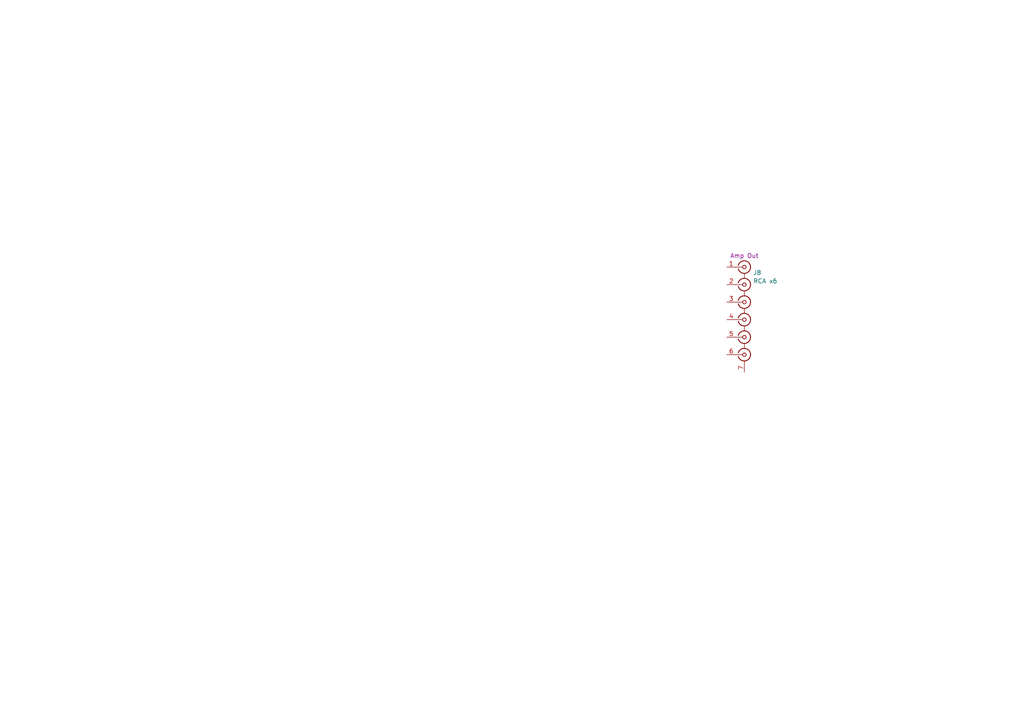
<source format=kicad_sch>
(kicad_sch (version 20250114) (generator "eeschema") (generator_version "9.0")
  (paper "A4")
  (lib_symbols
    (symbol "Connector:Conn_Coaxial_x2" (pin_names (offset 1.016) (hide yes))
      (property "Reference" "J6" (at 2.5401 0.919 0))
      (property "Value" "Conn_Coaxial_x2" (at 2.5401 -1.5053 0))
      (symbol "Conn_Coaxial_x2_0_1"
        (polyline (pts (xy -2.54 2.54) (xy -0.508 2.54)))
        (polyline (pts (xy -2.54 -2.54) (xy -0.508 -2.54)))
        (polyline (pts (xy -2.54 -7.62) (xy -0.508 -7.62)))
        (polyline (pts (xy -2.54 -12.7) (xy -0.508 -12.7)))
        (polyline (pts (xy -2.54 -17.78) (xy -0.508 -17.78)))
        (polyline (pts (xy -2.54 -22.86) (xy -0.508 -22.86)))
        (arc (start 1.778 2.54) (mid 0.222 0.7321) (end -1.778 2.032) (stroke (width 0.254)))
        (arc (start 1.778 -2.54) (mid 0.222 -4.3479) (end -1.778 -3.048) (stroke (width 0.254)))
        (arc (start 1.778 -7.62) (mid 0.222 -9.4279) (end -1.778 -8.128) (stroke (width 0.254)))
        (arc (start 1.778 -12.7) (mid 0.222 -14.5079) (end -1.778 -13.208) (stroke (width 0.254)))
        (arc (start 1.778 -17.78) (mid 0.222 -19.5879) (end -1.778 -18.288) (stroke (width 0.254)))
        (arc (start 1.778 -22.86) (mid 0.222 -24.6679) (end -1.778 -23.368) (stroke (width 0.254)))
        (arc (start -1.778 3.048) (mid 0.2221 4.3484) (end 1.778 2.54) (stroke (width 0.254)))
        (arc (start -1.778 -2.032) (mid 0.2221 -0.7316) (end 1.778 -2.54) (stroke (width 0.254)))
        (arc (start -1.778 -7.112) (mid 0.2221 -5.8116) (end 1.778 -7.62) (stroke (width 0.254)))
        (arc (start -1.778 -12.192) (mid 0.2221 -10.8916) (end 1.778 -12.7) (stroke (width 0.254)))
        (arc (start -1.778 -17.272) (mid 0.2221 -15.9716) (end 1.778 -17.78) (stroke (width 0.254)))
        (arc (start -1.778 -22.352) (mid 0.2221 -21.0516) (end 1.778 -22.86) (stroke (width 0.254)))
        (circle (center 0 2.54) (radius 0.508) (stroke (width 0.2032)))
        (polyline (pts (xy 0 0.762) (xy 0 -0.635)))
        (circle (center 0 -2.54) (radius 0.508) (stroke (width 0.2032)))
        (polyline (pts (xy 0 -4.445) (xy 0 -5.842)))
        (circle (center 0 -7.62) (radius 0.508) (stroke (width 0.2032)))
        (polyline (pts (xy 0 -9.525) (xy 0 -10.922)))
        (circle (center 0 -12.7) (radius 0.508) (stroke (width 0.2032)))
        (polyline (pts (xy 0 -14.605) (xy 0 -16.002)))
        (circle (center 0 -17.78) (radius 0.508) (stroke (width 0.2032)))
        (polyline (pts (xy 0 -19.685) (xy 0 -21.082)))
        (circle (center 0 -22.86) (radius 0.508) (stroke (width 0.2032)))
        (polyline (pts (xy 0 -25.4) (xy 0 -24.638)))
      )
      (symbol "Conn_Coaxial_x2_1_1"
        (pin passive line (at -5.08 2.54 0) (length 2.54) (name "IN1") (number "1"))
        (pin passive line (at -5.08 -2.54 0) (length 2.54) (name "IN2") (number "2"))
        (pin passive line (at -5.08 -7.62 0) (length 2.54) (name "IN2") (number "3"))
        (pin passive line (at -5.08 -12.7 0) (length 2.54) (name "IN2") (number "4"))
        (pin passive line (at -5.08 -17.78 0) (length 2.54) (name "IN2") (number "5"))
        (pin passive line (at -5.08 -22.86 0) (length 2.54) (name "IN2") (number "6"))
        (pin passive line (at 0 -27.94 90) (length 2.54) (name "EXT") (number "7"))
      )
    )
  )
  (symbol (lib_id "Connector:Conn_Coaxial_x2") (at 215.9 80.01 0) (unit 1)
    (property "Reference" "J8" (at 218.4401 79.091 0) (effects (justify left)))
    (property "Value" "RCA x6" (at 218.4401 81.5153 0) (effects (justify left)))
    (property "Description" "double coaxial connector (BNC, SMA, SMB, SMC, Cinch/RCA, LEMO, ...)" (effects (hide yes)))
    (property "Name" "Amp Out" (at 215.9 74.168 0))
  )
)
</source>
